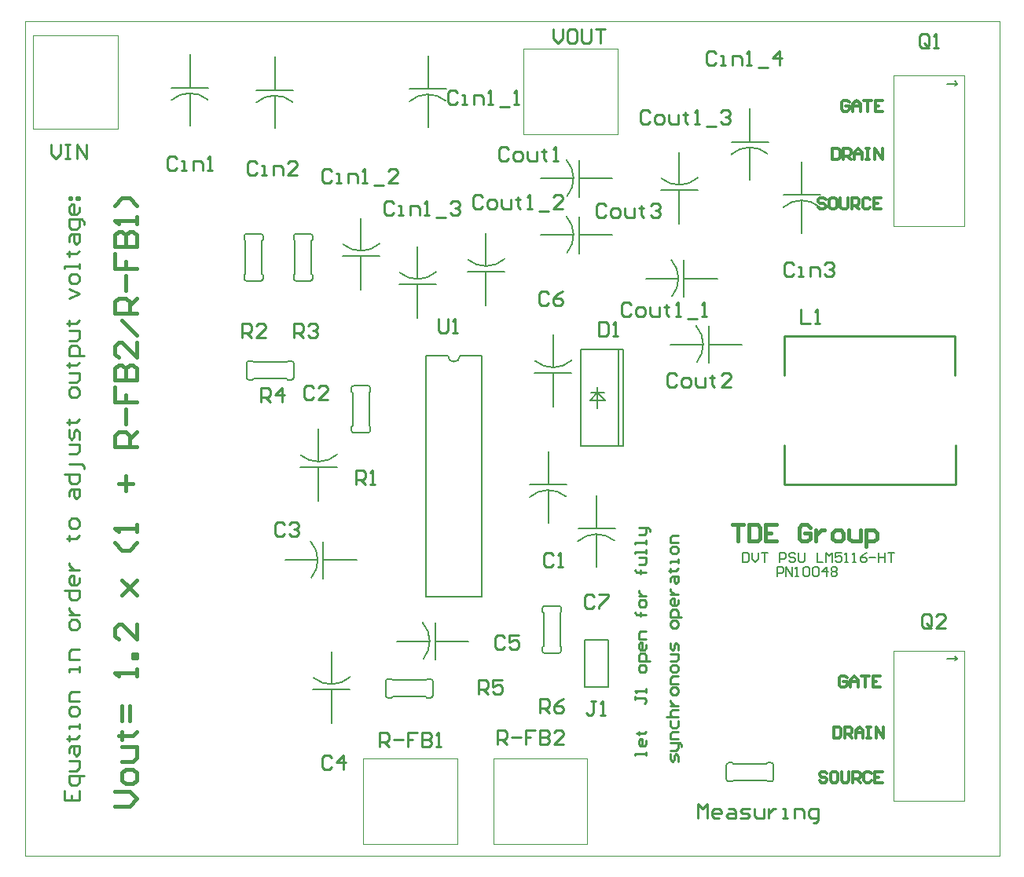
<source format=gto>
G04 Layer_Color=65535*
%FSLAX44Y44*%
%MOMM*%
G71*
G01*
G75*
%ADD10C,0.3000*%
%ADD15C,0.1000*%
%ADD26C,0.2000*%
%ADD27C,0.1524*%
%ADD28C,0.0500*%
%ADD29C,0.2540*%
%ADD30C,0.4000*%
%ADD31C,0.1500*%
%ADD32C,0.2500*%
D10*
X871220Y138996D02*
Y127000D01*
X877218D01*
X879217Y128999D01*
Y136997D01*
X877218Y138996D01*
X871220D01*
X883216Y127000D02*
Y138996D01*
X889214D01*
X891214Y136997D01*
Y132998D01*
X889214Y130999D01*
X883216D01*
X887215D02*
X891214Y127000D01*
X895212D02*
Y134997D01*
X899211Y138996D01*
X903210Y134997D01*
Y127000D01*
Y132998D01*
X895212D01*
X907208Y138996D02*
X911207D01*
X909208D01*
Y127000D01*
X907208D01*
X911207D01*
X917205D02*
Y138996D01*
X925202Y127000D01*
Y138996D01*
X869950Y762566D02*
Y750570D01*
X875948D01*
X877947Y752569D01*
Y760567D01*
X875948Y762566D01*
X869950D01*
X881946Y750570D02*
Y762566D01*
X887944D01*
X889943Y760567D01*
Y756568D01*
X887944Y754569D01*
X881946D01*
X885945D02*
X889943Y750570D01*
X893942D02*
Y758567D01*
X897941Y762566D01*
X901940Y758567D01*
Y750570D01*
Y756568D01*
X893942D01*
X905938Y762566D02*
X909937D01*
X907938D01*
Y750570D01*
X905938D01*
X909937D01*
X915935D02*
Y762566D01*
X923932Y750570D01*
Y762566D01*
X863977Y88737D02*
X861978Y90736D01*
X857979D01*
X855980Y88737D01*
Y86737D01*
X857979Y84738D01*
X861978D01*
X863977Y82739D01*
Y80739D01*
X861978Y78740D01*
X857979D01*
X855980Y80739D01*
X873974Y90736D02*
X869976D01*
X867976Y88737D01*
Y80739D01*
X869976Y78740D01*
X873974D01*
X875974Y80739D01*
Y88737D01*
X873974Y90736D01*
X879972D02*
Y80739D01*
X881972Y78740D01*
X885970D01*
X887970Y80739D01*
Y90736D01*
X891968Y78740D02*
Y90736D01*
X897966D01*
X899966Y88737D01*
Y84738D01*
X897966Y82739D01*
X891968D01*
X895967D02*
X899966Y78740D01*
X911962Y88737D02*
X909962Y90736D01*
X905964D01*
X903964Y88737D01*
Y80739D01*
X905964Y78740D01*
X909962D01*
X911962Y80739D01*
X923958Y90736D02*
X915961D01*
Y78740D01*
X923958D01*
X915961Y84738D02*
X919959D01*
X862707Y707227D02*
X860708Y709226D01*
X856709D01*
X854710Y707227D01*
Y705227D01*
X856709Y703228D01*
X860708D01*
X862707Y701229D01*
Y699229D01*
X860708Y697230D01*
X856709D01*
X854710Y699229D01*
X872704Y709226D02*
X868706D01*
X866706Y707227D01*
Y699229D01*
X868706Y697230D01*
X872704D01*
X874704Y699229D01*
Y707227D01*
X872704Y709226D01*
X878702D02*
Y699229D01*
X880702Y697230D01*
X884700D01*
X886700Y699229D01*
Y709226D01*
X890698Y697230D02*
Y709226D01*
X896696D01*
X898696Y707227D01*
Y703228D01*
X896696Y701229D01*
X890698D01*
X894697D02*
X898696Y697230D01*
X910692Y707227D02*
X908692Y709226D01*
X904694D01*
X902694Y707227D01*
Y699229D01*
X904694Y697230D01*
X908692D01*
X910692Y699229D01*
X922688Y709226D02*
X914691D01*
Y697230D01*
X922688D01*
X914691Y703228D02*
X918689D01*
X885567Y191607D02*
X883568Y193606D01*
X879569D01*
X877570Y191607D01*
Y183609D01*
X879569Y181610D01*
X883568D01*
X885567Y183609D01*
Y187608D01*
X881569D01*
X889566Y181610D02*
Y189607D01*
X893565Y193606D01*
X897563Y189607D01*
Y181610D01*
Y187608D01*
X889566D01*
X901562Y193606D02*
X909560D01*
X905561D01*
Y181610D01*
X921556Y193606D02*
X913558D01*
Y181610D01*
X921556D01*
X913558Y187608D02*
X917557D01*
X888107Y812637D02*
X886108Y814636D01*
X882109D01*
X880110Y812637D01*
Y804639D01*
X882109Y802640D01*
X886108D01*
X888107Y804639D01*
Y808638D01*
X884109D01*
X892106Y802640D02*
Y810637D01*
X896105Y814636D01*
X900104Y810637D01*
Y802640D01*
Y808638D01*
X892106D01*
X904102Y814636D02*
X912100D01*
X908101D01*
Y802640D01*
X924096Y814636D02*
X916098D01*
Y802640D01*
X924096D01*
X916098Y808638D02*
X920097D01*
D15*
X0Y0D02*
Y900000D01*
X1050000D01*
Y0D02*
Y900000D01*
X0Y0D02*
X1050000D01*
D26*
X455930Y538940D02*
G03*
X468630Y538940I6350J0D01*
G01*
X310980Y191872D02*
G03*
X350338Y192559I19284J22981D01*
G01*
X429158Y211920D02*
G03*
X428471Y251278I-22981J19284D01*
G01*
X297010Y431902D02*
G03*
X336368Y432589I19284J22981D01*
G01*
X308508Y299550D02*
G03*
X307821Y338908I-22981J19284D01*
G01*
X583100Y387248D02*
G03*
X543742Y386561I-19284J-22981D01*
G01*
X584098Y711030D02*
G03*
X583411Y750388I-22981J19284D01*
G01*
X197020Y815238D02*
G03*
X157662Y814551I-19284J-22981D01*
G01*
X288460Y812698D02*
G03*
X249102Y812011I-19284J-22981D01*
G01*
X856150Y699668D02*
G03*
X816792Y698981I-19284J-22981D01*
G01*
X453560Y813968D02*
G03*
X414202Y813281I-19284J-22981D01*
G01*
X342730Y659232D02*
G03*
X382088Y659919I19284J22981D01*
G01*
X403690Y628752D02*
G03*
X443048Y629439I19284J22981D01*
G01*
X800270Y756818D02*
G03*
X760912Y756131I-19284J-22981D01*
G01*
X549740Y533502D02*
G03*
X589098Y534189I19284J22981D01*
G01*
X635170Y339738D02*
G03*
X595812Y339051I-19284J-22981D01*
G01*
X697128Y603080D02*
G03*
X696441Y642438I-22981J19284D01*
G01*
X477350Y642722D02*
G03*
X516708Y643409I19284J22981D01*
G01*
X685630Y730352D02*
G03*
X724988Y731039I19284J22981D01*
G01*
X584098Y650070D02*
G03*
X583411Y689428I-22981J19284D01*
G01*
X723798Y531960D02*
G03*
X723111Y571318I-22981J19284D01*
G01*
X432280Y278940D02*
Y538940D01*
X468830D02*
X492280D01*
X432280D02*
X455830D01*
X432280Y278940D02*
X492280D01*
Y538940D01*
X310200Y179110D02*
X350200D01*
X330200Y185110D02*
Y220110D01*
Y142860D02*
Y179110D01*
X441920Y211140D02*
Y251140D01*
X400920Y231140D02*
X435920D01*
X441920D02*
X478170D01*
X296230Y419140D02*
X336230D01*
X316230Y425140D02*
Y460140D01*
Y382890D02*
Y419140D01*
X321270Y298770D02*
Y338770D01*
X280270Y318770D02*
X315270D01*
X321270D02*
X357520D01*
X543880Y400010D02*
X583880D01*
X563880Y359010D02*
Y394010D01*
Y400010D02*
Y436260D01*
X596860Y710250D02*
Y750250D01*
X555860Y730250D02*
X590860D01*
X596860D02*
X633110D01*
X157800Y828000D02*
X197800D01*
X177800Y787000D02*
Y822000D01*
Y828000D02*
Y864250D01*
X249240Y825460D02*
X289240D01*
X269240Y784460D02*
Y819460D01*
Y825460D02*
Y861710D01*
X816930Y712430D02*
X856930D01*
X836930Y671430D02*
Y706430D01*
Y712430D02*
Y748680D01*
X414340Y826730D02*
X454340D01*
X434340Y785730D02*
Y820730D01*
Y826730D02*
Y862980D01*
X341950Y646470D02*
X381950D01*
X361950Y652470D02*
Y687470D01*
Y610220D02*
Y646470D01*
X402910Y615990D02*
X442910D01*
X422910Y621990D02*
Y656990D01*
Y579740D02*
Y615990D01*
X761050Y769580D02*
X801050D01*
X781050Y728580D02*
Y763580D01*
Y769580D02*
Y805830D01*
X1002150Y210400D02*
X1004250Y212500D01*
X1004350D01*
X1001750Y215100D02*
X1004350Y212500D01*
X1004650D01*
X993050D02*
X1004650D01*
X1002150Y830400D02*
X1004250Y832500D01*
X1004350D01*
X1001750Y835100D02*
X1004350Y832500D01*
X1004650D01*
X993050D02*
X1004650D01*
X548960Y520740D02*
X588960D01*
X568960Y526740D02*
Y561740D01*
Y484490D02*
Y520740D01*
X595950Y352500D02*
X635950D01*
X615950Y311500D02*
Y346500D01*
Y352500D02*
Y388750D01*
X608950Y491030D02*
X624950D01*
X608950D02*
X616950Y499030D01*
X624950Y491030D01*
X609950Y499030D02*
X623950D01*
X616950Y482030D02*
Y505030D01*
X644950Y442030D02*
Y546030D01*
X598950Y442030D02*
X644950D01*
X598950D02*
Y546030D01*
Y546030D02*
X644950D01*
X639950Y442030D02*
Y546030D01*
X628650Y181610D02*
Y232410D01*
X603250D02*
X628650D01*
X603250Y181610D02*
Y232410D01*
Y181610D02*
X628650D01*
X709890Y602300D02*
Y642300D01*
X668890Y622300D02*
X703890D01*
X709890D02*
X746140D01*
X476570Y629960D02*
X516570D01*
X496570Y635960D02*
Y670960D01*
Y593710D02*
Y629960D01*
X684850Y717590D02*
X724850D01*
X704850Y723590D02*
Y758590D01*
Y681340D02*
Y717590D01*
X596860Y649290D02*
Y689290D01*
X555860Y669290D02*
X590860D01*
X596860D02*
X633110D01*
X736560Y531180D02*
Y571180D01*
X695560Y551180D02*
X730560D01*
X736560D02*
X772810D01*
D27*
X241300Y533400D02*
G03*
X238760Y530860I0J-2540D01*
G01*
Y515620D02*
G03*
X241300Y513080I2540J0D01*
G01*
X287020D02*
G03*
X289560Y515620I0J2540D01*
G01*
Y530860D02*
G03*
X287020Y533400I-2540J0D01*
G01*
X436880Y170180D02*
G03*
X439420Y172720I0J2540D01*
G01*
Y187960D02*
G03*
X436880Y190500I-2540J0D01*
G01*
X391160D02*
G03*
X388620Y187960I0J-2540D01*
G01*
Y172720D02*
G03*
X391160Y170180I2540J0D01*
G01*
X372110Y504190D02*
G03*
X369570Y506730I-2540J0D01*
G01*
X354330D02*
G03*
X351790Y504190I0J-2540D01*
G01*
Y458470D02*
G03*
X354330Y455930I2540J0D01*
G01*
X369570D02*
G03*
X372110Y458470I0J2540D01*
G01*
X256540Y668020D02*
G03*
X254000Y670560I-2540J0D01*
G01*
X238760D02*
G03*
X236220Y668020I0J-2540D01*
G01*
Y622300D02*
G03*
X238760Y619760I2540J0D01*
G01*
X254000D02*
G03*
X256540Y622300I0J2540D01*
G01*
X289560D02*
G03*
X292100Y619760I2540J0D01*
G01*
X307340D02*
G03*
X309880Y622300I0J2540D01*
G01*
Y668020D02*
G03*
X307340Y670560I-2540J0D01*
G01*
X292100D02*
G03*
X289560Y668020I0J-2540D01*
G01*
X758190Y100160D02*
G03*
X755650Y97620I0J-2540D01*
G01*
Y82380D02*
G03*
X758190Y79840I2540J0D01*
G01*
X803910D02*
G03*
X806450Y82380I0J2540D01*
G01*
Y97620D02*
G03*
X803910Y100160I-2540J0D01*
G01*
X577850Y266700D02*
G03*
X575310Y269240I-2540J0D01*
G01*
X560070D02*
G03*
X557530Y266700I0J-2540D01*
G01*
Y220980D02*
G03*
X560070Y218440I2540J0D01*
G01*
X575310D02*
G03*
X577850Y220980I0J2540D01*
G01*
X238760Y515620D02*
Y530860D01*
X241300Y533400D02*
X245110D01*
X246380Y532130D01*
X241300Y513080D02*
X245110D01*
X246380Y514350D01*
X281940Y532130D02*
X283210Y533400D01*
X246380Y532130D02*
X281940D01*
Y514350D02*
X283210Y513080D01*
X246380Y514350D02*
X281940D01*
X283210Y533400D02*
X287020D01*
X283210Y513080D02*
X287020D01*
X289560Y515620D02*
Y530860D01*
X439420Y172720D02*
Y187960D01*
X433070Y170180D02*
X436880D01*
X431800Y171450D02*
X433070Y170180D01*
Y190500D02*
X436880D01*
X431800Y189230D02*
X433070Y190500D01*
X394970Y170180D02*
X396240Y171450D01*
X431800D01*
X394970Y190500D02*
X396240Y189230D01*
X431800D01*
X391160Y170180D02*
X394970D01*
X391160Y190500D02*
X394970D01*
X388620Y172720D02*
Y187960D01*
X354330Y506730D02*
X369570D01*
X372110Y500380D02*
Y504190D01*
X370840Y499110D02*
X372110Y500380D01*
X351790D02*
Y504190D01*
Y500380D02*
X353060Y499110D01*
X370840Y463550D02*
X372110Y462280D01*
X370840Y463550D02*
Y499110D01*
X351790Y462280D02*
X353060Y463550D01*
Y499110D01*
X372110Y458470D02*
Y462280D01*
X351790Y458470D02*
Y462280D01*
X354330Y455930D02*
X369570D01*
X238760Y670560D02*
X254000D01*
X256540Y664210D02*
Y668020D01*
X255270Y662940D02*
X256540Y664210D01*
X236220D02*
Y668020D01*
Y664210D02*
X237490Y662940D01*
X255270Y627380D02*
X256540Y626110D01*
X255270Y627380D02*
Y662940D01*
X236220Y626110D02*
X237490Y627380D01*
Y662940D01*
X256540Y622300D02*
Y626110D01*
X236220Y622300D02*
Y626110D01*
X238760Y619760D02*
X254000D01*
X292100D02*
X307340D01*
X289560Y622300D02*
Y626110D01*
X290830Y627380D01*
X309880Y622300D02*
Y626110D01*
X308610Y627380D02*
X309880Y626110D01*
X289560Y664210D02*
X290830Y662940D01*
Y627380D02*
Y662940D01*
X308610D02*
X309880Y664210D01*
X308610Y627380D02*
Y662940D01*
X289560Y664210D02*
Y668020D01*
X309880Y664210D02*
Y668020D01*
X292100Y670560D02*
X307340D01*
X755650Y82380D02*
Y97620D01*
X758190Y100160D02*
X762000D01*
X763270Y98890D01*
X758190Y79840D02*
X762000D01*
X763270Y81110D01*
X798830Y98890D02*
X800100Y100160D01*
X763270Y98890D02*
X798830D01*
Y81110D02*
X800100Y79840D01*
X763270Y81110D02*
X798830D01*
X800100Y100160D02*
X803910D01*
X800100Y79840D02*
X803910D01*
X806450Y82380D02*
Y97620D01*
X560070Y269240D02*
X575310D01*
X577850Y262890D02*
Y266700D01*
X576580Y261620D02*
X577850Y262890D01*
X557530D02*
Y266700D01*
Y262890D02*
X558800Y261620D01*
X576580Y226060D02*
X577850Y224790D01*
X576580Y226060D02*
Y261620D01*
X557530Y224790D02*
X558800Y226060D01*
Y261620D01*
X577850Y220980D02*
Y224790D01*
X557530Y220980D02*
Y224790D01*
X560070Y218440D02*
X575310D01*
D28*
X100610Y783790D02*
Y884990D01*
X8610D02*
X100610D01*
X8610Y783790D02*
Y884990D01*
Y783790D02*
X100610D01*
X537410Y778230D02*
X638610D01*
Y870230D01*
X537410D02*
X638610D01*
X537410Y778230D02*
Y870230D01*
X605820Y12890D02*
Y104890D01*
X504620Y12890D02*
X605820D01*
X504620D02*
Y104890D01*
X605820D01*
X465820Y12890D02*
Y104890D01*
X364620Y12890D02*
X465820D01*
X364620D02*
Y104890D01*
X465820D01*
X935950Y59000D02*
Y221200D01*
Y59000D02*
X1012050D01*
Y221200D01*
X935950D02*
X1012050D01*
X935950Y679000D02*
Y841200D01*
Y679000D02*
X1012050D01*
Y841200D01*
X935950D02*
X1012050D01*
D29*
X1002465Y399935D02*
Y442940D01*
X818465Y399935D02*
Y442940D01*
Y517940D02*
Y560185D01*
X1002215Y517940D02*
Y560185D01*
X818465D02*
X1002215D01*
X818465Y399935D02*
X1002465D01*
X568960Y891535D02*
Y881378D01*
X574038Y876300D01*
X579117Y881378D01*
Y891535D01*
X591813D02*
X586734D01*
X584195Y888996D01*
Y878839D01*
X586734Y876300D01*
X591813D01*
X594352Y878839D01*
Y888996D01*
X591813Y891535D01*
X599430D02*
Y878839D01*
X601969Y876300D01*
X607048D01*
X609587Y878839D01*
Y891535D01*
X614665D02*
X624822D01*
X619744D01*
Y876300D01*
X27940Y767075D02*
Y756918D01*
X33018Y751840D01*
X38097Y756918D01*
Y767075D01*
X43175D02*
X48253D01*
X45714D01*
Y751840D01*
X43175D01*
X48253D01*
X55871D02*
Y767075D01*
X66028Y751840D01*
Y767075D01*
X445770Y579115D02*
Y566419D01*
X448309Y563880D01*
X453387D01*
X455927Y566419D01*
Y579115D01*
X461005Y563880D02*
X466083D01*
X463544D01*
Y579115D01*
X461005Y576576D01*
X254000Y488950D02*
Y504185D01*
X261618D01*
X264157Y501646D01*
Y496567D01*
X261618Y494028D01*
X254000D01*
X259078D02*
X264157Y488950D01*
X276853D02*
Y504185D01*
X269235Y496567D01*
X279392D01*
X289560Y558800D02*
Y574035D01*
X297178D01*
X299717Y571496D01*
Y566418D01*
X297178Y563878D01*
X289560D01*
X294638D02*
X299717Y558800D01*
X304795Y571496D02*
X307334Y574035D01*
X312413D01*
X314952Y571496D01*
Y568957D01*
X312413Y566418D01*
X309873D01*
X312413D01*
X314952Y563878D01*
Y561339D01*
X312413Y558800D01*
X307334D01*
X304795Y561339D01*
X233680Y558800D02*
Y574035D01*
X241297D01*
X243837Y571496D01*
Y566418D01*
X241297Y563878D01*
X233680D01*
X238758D02*
X243837Y558800D01*
X259072D02*
X248915D01*
X259072Y568957D01*
Y571496D01*
X256533Y574035D01*
X251454D01*
X248915Y571496D01*
X356870Y400050D02*
Y415285D01*
X364487D01*
X367027Y412746D01*
Y407668D01*
X364487Y405128D01*
X356870D01*
X361948D02*
X367027Y400050D01*
X372105D02*
X377183D01*
X374644D01*
Y415285D01*
X372105Y412746D01*
X568957Y323846D02*
X566418Y326385D01*
X561339D01*
X558800Y323846D01*
Y313689D01*
X561339Y311150D01*
X566418D01*
X568957Y313689D01*
X574035Y311150D02*
X579113D01*
X576574D01*
Y326385D01*
X574035Y323846D01*
X311147Y504186D02*
X308608Y506725D01*
X303529D01*
X300990Y504186D01*
Y494029D01*
X303529Y491490D01*
X308608D01*
X311147Y494029D01*
X326382Y491490D02*
X316225D01*
X326382Y501647D01*
Y504186D01*
X323843Y506725D01*
X318764D01*
X316225Y504186D01*
X279397Y356866D02*
X276857Y359405D01*
X271779D01*
X269240Y356866D01*
Y346709D01*
X271779Y344170D01*
X276857D01*
X279397Y346709D01*
X284475Y356866D02*
X287014Y359405D01*
X292093D01*
X294632Y356866D01*
Y354327D01*
X292093Y351787D01*
X289553D01*
X292093D01*
X294632Y349248D01*
Y346709D01*
X292093Y344170D01*
X287014D01*
X284475Y346709D01*
X330197Y105406D02*
X327658Y107945D01*
X322579D01*
X320040Y105406D01*
Y95249D01*
X322579Y92710D01*
X327658D01*
X330197Y95249D01*
X342893Y92710D02*
Y107945D01*
X335275Y100328D01*
X345432D01*
X382200Y117310D02*
Y132545D01*
X389818D01*
X392357Y130006D01*
Y124928D01*
X389818Y122388D01*
X382200D01*
X387278D02*
X392357Y117310D01*
X397435Y124928D02*
X407592D01*
X422827Y132545D02*
X412670D01*
Y124928D01*
X417748D01*
X412670D01*
Y117310D01*
X427905Y132545D02*
Y117310D01*
X435523D01*
X438062Y119849D01*
Y122388D01*
X435523Y124928D01*
X427905D01*
X435523D01*
X438062Y127467D01*
Y130006D01*
X435523Y132545D01*
X427905D01*
X443140Y117310D02*
X448219D01*
X445680D01*
Y132545D01*
X443140Y130006D01*
X509500Y119850D02*
Y135085D01*
X517118D01*
X519657Y132546D01*
Y127467D01*
X517118Y124928D01*
X509500D01*
X514578D02*
X519657Y119850D01*
X524735Y127467D02*
X534892D01*
X550127Y135085D02*
X539970D01*
Y127467D01*
X545048D01*
X539970D01*
Y119850D01*
X555205Y135085D02*
Y119850D01*
X562823D01*
X565362Y122389D01*
Y124928D01*
X562823Y127467D01*
X555205D01*
X562823D01*
X565362Y130007D01*
Y132546D01*
X562823Y135085D01*
X555205D01*
X580597Y119850D02*
X570440D01*
X580597Y130007D01*
Y132546D01*
X578058Y135085D01*
X572980D01*
X570440Y132546D01*
X516887Y234946D02*
X514347Y237485D01*
X509269D01*
X506730Y234946D01*
Y224789D01*
X509269Y222250D01*
X514347D01*
X516887Y224789D01*
X532122Y237485D02*
X521965D01*
Y229867D01*
X527043Y232407D01*
X529583D01*
X532122Y229867D01*
Y224789D01*
X529583Y222250D01*
X524504D01*
X521965Y224789D01*
X488950Y173990D02*
Y189225D01*
X496567D01*
X499107Y186686D01*
Y181607D01*
X496567Y179068D01*
X488950D01*
X494028D02*
X499107Y173990D01*
X514342Y189225D02*
X504185D01*
Y181607D01*
X509263Y184147D01*
X511803D01*
X514342Y181607D01*
Y176529D01*
X511803Y173990D01*
X506724D01*
X504185Y176529D01*
X466087Y822956D02*
X463548Y825495D01*
X458469D01*
X455930Y822956D01*
Y812799D01*
X458469Y810260D01*
X463548D01*
X466087Y812799D01*
X471165Y810260D02*
X476243D01*
X473704D01*
Y820417D01*
X471165D01*
X483861Y810260D02*
Y820417D01*
X491479D01*
X494018Y817878D01*
Y810260D01*
X499096D02*
X504174D01*
X501635D01*
Y825495D01*
X499096Y822956D01*
X511792Y807721D02*
X521949D01*
X527027Y810260D02*
X532105D01*
X529566D01*
Y825495D01*
X527027Y822956D01*
X330197Y737866D02*
X327658Y740405D01*
X322579D01*
X320040Y737866D01*
Y727709D01*
X322579Y725170D01*
X327658D01*
X330197Y727709D01*
X335275Y725170D02*
X340353D01*
X337814D01*
Y735327D01*
X335275D01*
X347971Y725170D02*
Y735327D01*
X355588D01*
X358128Y732787D01*
Y725170D01*
X363206D02*
X368284D01*
X365745D01*
Y740405D01*
X363206Y737866D01*
X375902Y722631D02*
X386059D01*
X401294Y725170D02*
X391137D01*
X401294Y735327D01*
Y737866D01*
X398755Y740405D01*
X393676D01*
X391137Y737866D01*
X397507Y703576D02*
X394967Y706115D01*
X389889D01*
X387350Y703576D01*
Y693419D01*
X389889Y690880D01*
X394967D01*
X397507Y693419D01*
X402585Y690880D02*
X407663D01*
X405124D01*
Y701037D01*
X402585D01*
X415281Y690880D02*
Y701037D01*
X422898D01*
X425438Y698497D01*
Y690880D01*
X430516D02*
X435594D01*
X433055D01*
Y706115D01*
X430516Y703576D01*
X443212Y688341D02*
X453369D01*
X458447Y703576D02*
X460986Y706115D01*
X466064D01*
X468604Y703576D01*
Y701037D01*
X466064Y698497D01*
X463525D01*
X466064D01*
X468604Y695958D01*
Y693419D01*
X466064Y690880D01*
X460986D01*
X458447Y693419D01*
X744217Y864866D02*
X741677Y867405D01*
X736599D01*
X734060Y864866D01*
Y854709D01*
X736599Y852170D01*
X741677D01*
X744217Y854709D01*
X749295Y852170D02*
X754373D01*
X751834D01*
Y862327D01*
X749295D01*
X761991Y852170D02*
Y862327D01*
X769609D01*
X772148Y859788D01*
Y852170D01*
X777226D02*
X782304D01*
X779765D01*
Y867405D01*
X777226Y864866D01*
X789922Y849631D02*
X800079D01*
X812775Y852170D02*
Y867405D01*
X805157Y859788D01*
X815314D01*
X163827Y751836D02*
X161287Y754375D01*
X156209D01*
X153670Y751836D01*
Y741679D01*
X156209Y739140D01*
X161287D01*
X163827Y741679D01*
X168905Y739140D02*
X173983D01*
X171444D01*
Y749297D01*
X168905D01*
X181601Y739140D02*
Y749297D01*
X189219D01*
X191758Y746758D01*
Y739140D01*
X196836D02*
X201914D01*
X199375D01*
Y754375D01*
X196836Y751836D01*
X250187Y746756D02*
X247647Y749295D01*
X242569D01*
X240030Y746756D01*
Y736599D01*
X242569Y734060D01*
X247647D01*
X250187Y736599D01*
X255265Y734060D02*
X260343D01*
X257804D01*
Y744217D01*
X255265D01*
X267961Y734060D02*
Y744217D01*
X275578D01*
X278118Y741677D01*
Y734060D01*
X293353D02*
X283196D01*
X293353Y744217D01*
Y746756D01*
X290814Y749295D01*
X285735D01*
X283196Y746756D01*
X828037Y637536D02*
X825498Y640075D01*
X820419D01*
X817880Y637536D01*
Y627379D01*
X820419Y624840D01*
X825498D01*
X828037Y627379D01*
X833115Y624840D02*
X838193D01*
X835654D01*
Y634997D01*
X833115D01*
X845811Y624840D02*
Y634997D01*
X853428D01*
X855968Y632458D01*
Y624840D01*
X861046Y637536D02*
X863585Y640075D01*
X868664D01*
X871203Y637536D01*
Y634997D01*
X868664Y632458D01*
X866124D01*
X868664D01*
X871203Y629918D01*
Y627379D01*
X868664Y624840D01*
X863585D01*
X861046Y627379D01*
X520697Y761996D02*
X518158Y764535D01*
X513079D01*
X510540Y761996D01*
Y751839D01*
X513079Y749300D01*
X518158D01*
X520697Y751839D01*
X528314Y749300D02*
X533393D01*
X535932Y751839D01*
Y756917D01*
X533393Y759457D01*
X528314D01*
X525775Y756917D01*
Y751839D01*
X528314Y749300D01*
X541010Y759457D02*
Y751839D01*
X543549Y749300D01*
X551167D01*
Y759457D01*
X558784Y761996D02*
Y759457D01*
X556245D01*
X561324D01*
X558784D01*
Y751839D01*
X561324Y749300D01*
X568941D02*
X574020D01*
X571480D01*
Y764535D01*
X568941Y761996D01*
X725170Y40640D02*
Y55875D01*
X730248Y50797D01*
X735327Y55875D01*
Y40640D01*
X748023D02*
X742944D01*
X740405Y43179D01*
Y48257D01*
X742944Y50797D01*
X748023D01*
X750562Y48257D01*
Y45718D01*
X740405D01*
X758179Y50797D02*
X763258D01*
X765797Y48257D01*
Y40640D01*
X758179D01*
X755640Y43179D01*
X758179Y45718D01*
X765797D01*
X770875Y40640D02*
X778493D01*
X781032Y43179D01*
X778493Y45718D01*
X773414D01*
X770875Y48257D01*
X773414Y50797D01*
X781032D01*
X786110D02*
Y43179D01*
X788650Y40640D01*
X796267D01*
Y50797D01*
X801345D02*
Y40640D01*
Y45718D01*
X803885Y48257D01*
X806424Y50797D01*
X808963D01*
X816580Y40640D02*
X821659D01*
X819120D01*
Y50797D01*
X816580D01*
X829276Y40640D02*
Y50797D01*
X836894D01*
X839433Y48257D01*
Y40640D01*
X849590Y35562D02*
X852129D01*
X854668Y38101D01*
Y50797D01*
X847051D01*
X844511Y48257D01*
Y43179D01*
X847051Y40640D01*
X854668D01*
X974087Y873759D02*
Y883916D01*
X971547Y886455D01*
X966469D01*
X963930Y883916D01*
Y873759D01*
X966469Y871220D01*
X971547D01*
X969008Y876298D02*
X974087Y871220D01*
X971547D02*
X974087Y873759D01*
X979165Y871220D02*
X984243D01*
X981704D01*
Y886455D01*
X979165Y883916D01*
X976627Y247649D02*
Y257806D01*
X974088Y260345D01*
X969009D01*
X966470Y257806D01*
Y247649D01*
X969009Y245110D01*
X974088D01*
X971548Y250188D02*
X976627Y245110D01*
X974088D02*
X976627Y247649D01*
X991862Y245110D02*
X981705D01*
X991862Y255267D01*
Y257806D01*
X989323Y260345D01*
X984244D01*
X981705Y257806D01*
X554990Y153670D02*
Y168905D01*
X562607D01*
X565147Y166366D01*
Y161287D01*
X562607Y158748D01*
X554990D01*
X560068D02*
X565147Y153670D01*
X580382Y168905D02*
X575303Y166366D01*
X570225Y161287D01*
Y156209D01*
X572764Y153670D01*
X577843D01*
X580382Y156209D01*
Y158748D01*
X577843Y161287D01*
X570225D01*
X563877Y605786D02*
X561338Y608325D01*
X556259D01*
X553720Y605786D01*
Y595629D01*
X556259Y593090D01*
X561338D01*
X563877Y595629D01*
X579112Y608325D02*
X574033Y605786D01*
X568955Y600708D01*
Y595629D01*
X571494Y593090D01*
X576573D01*
X579112Y595629D01*
Y598168D01*
X576573Y600708D01*
X568955D01*
X613407Y278876D02*
X610868Y281415D01*
X605789D01*
X603250Y278876D01*
Y268719D01*
X605789Y266180D01*
X610868D01*
X613407Y268719D01*
X618485Y281415D02*
X628642D01*
Y278876D01*
X618485Y268719D01*
Y266180D01*
X618490Y575305D02*
Y560070D01*
X626107D01*
X628647Y562609D01*
Y572766D01*
X626107Y575305D01*
X618490D01*
X633725Y560070D02*
X638803D01*
X636264D01*
Y575305D01*
X633725Y572766D01*
X614677Y166365D02*
X609598D01*
X612137D01*
Y153669D01*
X609598Y151130D01*
X607059D01*
X604520Y153669D01*
X619755Y151130D02*
X624833D01*
X622294D01*
Y166365D01*
X619755Y163826D01*
X652777Y594356D02*
X650238Y596895D01*
X645159D01*
X642620Y594356D01*
Y584199D01*
X645159Y581660D01*
X650238D01*
X652777Y584199D01*
X660394Y581660D02*
X665473D01*
X668012Y584199D01*
Y589277D01*
X665473Y591817D01*
X660394D01*
X657855Y589277D01*
Y584199D01*
X660394Y581660D01*
X673090Y591817D02*
Y584199D01*
X675629Y581660D01*
X683247D01*
Y591817D01*
X690864Y594356D02*
Y591817D01*
X688325D01*
X693404D01*
X690864D01*
Y584199D01*
X693404Y581660D01*
X701021D02*
X706099D01*
X703560D01*
Y596895D01*
X701021Y594356D01*
X713717Y579121D02*
X723874D01*
X728952Y581660D02*
X734030D01*
X731491D01*
Y596895D01*
X728952Y594356D01*
X492757Y709926D02*
X490218Y712465D01*
X485139D01*
X482600Y709926D01*
Y699769D01*
X485139Y697230D01*
X490218D01*
X492757Y699769D01*
X500374Y697230D02*
X505453D01*
X507992Y699769D01*
Y704847D01*
X505453Y707387D01*
X500374D01*
X497835Y704847D01*
Y699769D01*
X500374Y697230D01*
X513070Y707387D02*
Y699769D01*
X515609Y697230D01*
X523227D01*
Y707387D01*
X530844Y709926D02*
Y707387D01*
X528305D01*
X533384D01*
X530844D01*
Y699769D01*
X533384Y697230D01*
X541001D02*
X546079D01*
X543540D01*
Y712465D01*
X541001Y709926D01*
X553697Y694691D02*
X563854D01*
X579089Y697230D02*
X568932D01*
X579089Y707387D01*
Y709926D01*
X576550Y712465D01*
X571471D01*
X568932Y709926D01*
X673097Y801366D02*
X670557Y803905D01*
X665479D01*
X662940Y801366D01*
Y791209D01*
X665479Y788670D01*
X670557D01*
X673097Y791209D01*
X680714Y788670D02*
X685793D01*
X688332Y791209D01*
Y796288D01*
X685793Y798827D01*
X680714D01*
X678175Y796288D01*
Y791209D01*
X680714Y788670D01*
X693410Y798827D02*
Y791209D01*
X695949Y788670D01*
X703567D01*
Y798827D01*
X711184Y801366D02*
Y798827D01*
X708645D01*
X713724D01*
X711184D01*
Y791209D01*
X713724Y788670D01*
X721341D02*
X726420D01*
X723880D01*
Y803905D01*
X721341Y801366D01*
X734037Y786131D02*
X744194D01*
X749272Y801366D02*
X751811Y803905D01*
X756890D01*
X759429Y801366D01*
Y798827D01*
X756890Y796288D01*
X754350D01*
X756890D01*
X759429Y793748D01*
Y791209D01*
X756890Y788670D01*
X751811D01*
X749272Y791209D01*
X702307Y518156D02*
X699768Y520695D01*
X694689D01*
X692150Y518156D01*
Y507999D01*
X694689Y505460D01*
X699768D01*
X702307Y507999D01*
X709924Y505460D02*
X715003D01*
X717542Y507999D01*
Y513078D01*
X715003Y515617D01*
X709924D01*
X707385Y513078D01*
Y507999D01*
X709924Y505460D01*
X722620Y515617D02*
Y507999D01*
X725159Y505460D01*
X732777D01*
Y515617D01*
X740394Y518156D02*
Y515617D01*
X737855D01*
X742934D01*
X740394D01*
Y507999D01*
X742934Y505460D01*
X760708D02*
X750551D01*
X760708Y515617D01*
Y518156D01*
X758169Y520695D01*
X753090D01*
X750551Y518156D01*
X626107Y701036D02*
X623568Y703575D01*
X618489D01*
X615950Y701036D01*
Y690879D01*
X618489Y688340D01*
X623568D01*
X626107Y690879D01*
X633724Y688340D02*
X638803D01*
X641342Y690879D01*
Y695957D01*
X638803Y698497D01*
X633724D01*
X631185Y695957D01*
Y690879D01*
X633724Y688340D01*
X646420Y698497D02*
Y690879D01*
X648959Y688340D01*
X656577D01*
Y698497D01*
X664194Y701036D02*
Y698497D01*
X661655D01*
X666734D01*
X664194D01*
Y690879D01*
X666734Y688340D01*
X674351Y701036D02*
X676890Y703575D01*
X681969D01*
X684508Y701036D01*
Y698497D01*
X681969Y695957D01*
X679429D01*
X681969D01*
X684508Y693418D01*
Y690879D01*
X681969Y688340D01*
X676890D01*
X674351Y690879D01*
X835660Y589275D02*
Y574040D01*
X845817D01*
X850895D02*
X855973D01*
X853434D01*
Y589275D01*
X850895Y586736D01*
D30*
X762000Y357084D02*
X773996D01*
X767998D01*
Y339090D01*
X779994Y357084D02*
Y339090D01*
X788991D01*
X791990Y342089D01*
Y354085D01*
X788991Y357084D01*
X779994D01*
X809985D02*
X797988D01*
Y339090D01*
X809985D01*
X797988Y348087D02*
X803986D01*
X845973Y354085D02*
X842974Y357084D01*
X836976D01*
X833977Y354085D01*
Y342089D01*
X836976Y339090D01*
X842974D01*
X845973Y342089D01*
Y348087D01*
X839975D01*
X851971Y351086D02*
Y339090D01*
Y345088D01*
X854970Y348087D01*
X857969Y351086D01*
X860968D01*
X872964Y339090D02*
X878962D01*
X881961Y342089D01*
Y348087D01*
X878962Y351086D01*
X872964D01*
X869965Y348087D01*
Y342089D01*
X872964Y339090D01*
X887959Y351086D02*
Y342089D01*
X890958Y339090D01*
X899955D01*
Y351086D01*
X905953Y333092D02*
Y351086D01*
X914950D01*
X917950Y348087D01*
Y342089D01*
X914950Y339090D01*
X905953D01*
X96658Y53340D02*
X112653D01*
X120650Y61337D01*
X112653Y69335D01*
X96658D01*
X120650Y81331D02*
Y89328D01*
X116651Y93327D01*
X108654D01*
X104655Y89328D01*
Y81331D01*
X108654Y77332D01*
X116651D01*
X120650Y81331D01*
X104655Y101325D02*
X116651D01*
X120650Y105323D01*
Y117319D01*
X104655D01*
X100656Y129316D02*
X104655D01*
Y125317D01*
Y133314D01*
Y129316D01*
X116651D01*
X120650Y133314D01*
X112653Y145310D02*
Y161305D01*
X104655Y145310D02*
Y161305D01*
X120650Y193295D02*
Y201292D01*
Y197293D01*
X96658D01*
X100656Y193295D01*
X120650Y213288D02*
X116651D01*
Y217287D01*
X120650D01*
Y213288D01*
Y249277D02*
Y233282D01*
X104655Y249277D01*
X100656D01*
X96658Y245278D01*
Y237281D01*
X100656Y233282D01*
X104655Y281266D02*
X120650Y297261D01*
X112653Y289264D01*
X104655Y297261D01*
X120650Y281266D01*
Y337248D02*
X112653Y329251D01*
X104655D01*
X96658Y337248D01*
X120650Y349244D02*
Y357242D01*
Y353243D01*
X96658D01*
X100656Y349244D01*
X108654Y393230D02*
Y409225D01*
X100656Y401228D02*
X116651D01*
X120650Y441215D02*
X96658D01*
Y453211D01*
X100656Y457210D01*
X108654D01*
X112653Y453211D01*
Y441215D01*
Y449212D02*
X120650Y457210D01*
X108654Y465207D02*
Y481202D01*
X96658Y505194D02*
Y489199D01*
X108654D01*
Y497197D01*
Y489199D01*
X120650D01*
X96658Y513191D02*
X120650D01*
Y525188D01*
X116651Y529186D01*
X112653D01*
X108654Y525188D01*
Y513191D01*
Y525188D01*
X104655Y529186D01*
X100656D01*
X96658Y525188D01*
Y513191D01*
X120650Y553179D02*
Y537184D01*
X104655Y553179D01*
X100656D01*
X96658Y549180D01*
Y541183D01*
X100656Y537184D01*
X120650Y561176D02*
X104655Y577171D01*
X120650Y585168D02*
X96658D01*
Y597164D01*
X100656Y601163D01*
X108654D01*
X112653Y597164D01*
Y585168D01*
Y593166D02*
X120650Y601163D01*
X108654Y609160D02*
Y625155D01*
X96658Y649148D02*
Y633153D01*
X108654D01*
Y641150D01*
Y633153D01*
X120650D01*
X96658Y657145D02*
X120650D01*
Y669141D01*
X116651Y673140D01*
X112653D01*
X108654Y669141D01*
Y657145D01*
Y669141D01*
X104655Y673140D01*
X100656D01*
X96658Y669141D01*
Y657145D01*
X120650Y681137D02*
Y689135D01*
Y685136D01*
X96658D01*
X100656Y681137D01*
X120650Y701131D02*
X112653Y709128D01*
X104655D01*
X96658Y701131D01*
D31*
X773430Y326227D02*
Y316230D01*
X778428D01*
X780095Y317896D01*
Y324561D01*
X778428Y326227D01*
X773430D01*
X783427D02*
Y319562D01*
X786759Y316230D01*
X790091Y319562D01*
Y326227D01*
X793424D02*
X800088D01*
X796756D01*
Y316230D01*
X813417D02*
Y326227D01*
X818416D01*
X820082Y324561D01*
Y321228D01*
X818416Y319562D01*
X813417D01*
X830078Y324561D02*
X828412Y326227D01*
X825080D01*
X823414Y324561D01*
Y322895D01*
X825080Y321228D01*
X828412D01*
X830078Y319562D01*
Y317896D01*
X828412Y316230D01*
X825080D01*
X823414Y317896D01*
X833411Y326227D02*
Y317896D01*
X835077Y316230D01*
X838409D01*
X840075Y317896D01*
Y326227D01*
X853404D02*
Y316230D01*
X860069D01*
X863401D02*
Y326227D01*
X866733Y322895D01*
X870066Y326227D01*
Y316230D01*
X880062Y326227D02*
X873398D01*
Y321228D01*
X876730Y322895D01*
X878396D01*
X880062Y321228D01*
Y317896D01*
X878396Y316230D01*
X875064D01*
X873398Y317896D01*
X883395Y316230D02*
X886727D01*
X885061D01*
Y326227D01*
X883395Y324561D01*
X891725Y316230D02*
X895058D01*
X893391D01*
Y326227D01*
X891725Y324561D01*
X906720Y326227D02*
X903388Y324561D01*
X900056Y321228D01*
Y317896D01*
X901722Y316230D01*
X905054D01*
X906720Y317896D01*
Y319562D01*
X905054Y321228D01*
X900056D01*
X910053D02*
X916717D01*
X920049Y326227D02*
Y316230D01*
Y321228D01*
X926714D01*
Y326227D01*
Y316230D01*
X930046Y326227D02*
X936711D01*
X933378D01*
Y316230D01*
X810260Y300990D02*
Y310987D01*
X815258D01*
X816925Y309321D01*
Y305988D01*
X815258Y304322D01*
X810260D01*
X820257Y300990D02*
Y310987D01*
X826921Y300990D01*
Y310987D01*
X830254Y300990D02*
X833586D01*
X831920D01*
Y310987D01*
X830254Y309321D01*
X838584D02*
X840250Y310987D01*
X843583D01*
X845249Y309321D01*
Y302656D01*
X843583Y300990D01*
X840250D01*
X838584Y302656D01*
Y309321D01*
X848581D02*
X850247Y310987D01*
X853579D01*
X855246Y309321D01*
Y302656D01*
X853579Y300990D01*
X850247D01*
X848581Y302656D01*
Y309321D01*
X863576Y300990D02*
Y310987D01*
X858578Y305988D01*
X865242D01*
X868575Y309321D02*
X870241Y310987D01*
X873573D01*
X875239Y309321D01*
Y307654D01*
X873573Y305988D01*
X875239Y304322D01*
Y302656D01*
X873573Y300990D01*
X870241D01*
X868575Y302656D01*
Y304322D01*
X870241Y305988D01*
X868575Y307654D01*
Y309321D01*
X870241Y305988D02*
X873573D01*
D32*
X42425Y70353D02*
Y59690D01*
X58420D01*
Y70353D01*
X50423Y59690D02*
Y65022D01*
X63752Y86348D02*
X47757D01*
Y78351D01*
X50423Y75685D01*
X55754D01*
X58420Y78351D01*
Y86348D01*
X47757Y91680D02*
X55754D01*
X58420Y94345D01*
Y102343D01*
X47757D01*
Y110340D02*
Y115672D01*
X50423Y118338D01*
X58420D01*
Y110340D01*
X55754Y107674D01*
X53088Y110340D01*
Y118338D01*
X45091Y126335D02*
X47757D01*
Y123669D01*
Y129001D01*
Y126335D01*
X55754D01*
X58420Y129001D01*
Y136998D02*
Y142330D01*
Y139664D01*
X47757D01*
Y136998D01*
X58420Y152993D02*
Y158325D01*
X55754Y160991D01*
X50423D01*
X47757Y158325D01*
Y152993D01*
X50423Y150327D01*
X55754D01*
X58420Y152993D01*
Y166322D02*
X47757D01*
Y174319D01*
X50423Y176985D01*
X58420D01*
Y198312D02*
Y203643D01*
Y200977D01*
X47757D01*
Y198312D01*
X58420Y211641D02*
X47757D01*
Y219638D01*
X50423Y222304D01*
X58420D01*
Y246296D02*
Y251628D01*
X55754Y254293D01*
X50423D01*
X47757Y251628D01*
Y246296D01*
X50423Y243630D01*
X55754D01*
X58420Y246296D01*
X47757Y259625D02*
X58420D01*
X53088D01*
X50423Y262291D01*
X47757Y264957D01*
Y267623D01*
X42425Y286283D02*
X58420D01*
Y278286D01*
X55754Y275620D01*
X50423D01*
X47757Y278286D01*
Y286283D01*
X58420Y299612D02*
Y294281D01*
X55754Y291615D01*
X50423D01*
X47757Y294281D01*
Y299612D01*
X50423Y302278D01*
X53088D01*
Y291615D01*
X47757Y307610D02*
X58420D01*
X53088D01*
X50423Y310275D01*
X47757Y312941D01*
Y315607D01*
X45091Y342265D02*
X47757D01*
Y339599D01*
Y344931D01*
Y342265D01*
X55754D01*
X58420Y344931D01*
Y355594D02*
Y360926D01*
X55754Y363591D01*
X50423D01*
X47757Y360926D01*
Y355594D01*
X50423Y352928D01*
X55754D01*
X58420Y355594D01*
X47757Y387584D02*
Y392915D01*
X50423Y395581D01*
X58420D01*
Y387584D01*
X55754Y384918D01*
X53088Y387584D01*
Y395581D01*
X42425Y411576D02*
X58420D01*
Y403578D01*
X55754Y400913D01*
X50423D01*
X47757Y403578D01*
Y411576D01*
X63752Y416907D02*
Y419573D01*
X61086Y422239D01*
X47757D01*
Y432902D02*
X55754D01*
X58420Y435568D01*
Y443565D01*
X47757D01*
X58420Y448897D02*
Y456894D01*
X55754Y459560D01*
X53088Y456894D01*
Y451563D01*
X50423Y448897D01*
X47757Y451563D01*
Y459560D01*
X45091Y467558D02*
X47757D01*
Y464892D01*
Y470224D01*
Y467558D01*
X55754D01*
X58420Y470224D01*
Y496881D02*
Y502213D01*
X55754Y504879D01*
X50423D01*
X47757Y502213D01*
Y496881D01*
X50423Y494216D01*
X55754D01*
X58420Y496881D01*
X47757Y510210D02*
X55754D01*
X58420Y512876D01*
Y520874D01*
X47757D01*
X45091Y528871D02*
X47757D01*
Y526205D01*
Y531537D01*
Y528871D01*
X55754D01*
X58420Y531537D01*
X63752Y539534D02*
X47757D01*
Y547532D01*
X50423Y550198D01*
X55754D01*
X58420Y547532D01*
Y539534D01*
X47757Y555529D02*
X55754D01*
X58420Y558195D01*
Y566192D01*
X47757D01*
X45091Y574190D02*
X47757D01*
Y571524D01*
Y576856D01*
Y574190D01*
X55754D01*
X58420Y576856D01*
X47757Y600848D02*
X58420Y606179D01*
X47757Y611511D01*
X58420Y619508D02*
Y624840D01*
X55754Y627506D01*
X50423D01*
X47757Y624840D01*
Y619508D01*
X50423Y616843D01*
X55754D01*
X58420Y619508D01*
Y632837D02*
Y638169D01*
Y635503D01*
X42425D01*
Y632837D01*
X45091Y648832D02*
X47757D01*
Y646166D01*
Y651498D01*
Y648832D01*
X55754D01*
X58420Y651498D01*
X47757Y662161D02*
Y667493D01*
X50423Y670159D01*
X58420D01*
Y662161D01*
X55754Y659495D01*
X53088Y662161D01*
Y670159D01*
X63752Y680822D02*
Y683488D01*
X61086Y686153D01*
X47757D01*
Y678156D01*
X50423Y675490D01*
X55754D01*
X58420Y678156D01*
Y686153D01*
Y699482D02*
Y694151D01*
X55754Y691485D01*
X50423D01*
X47757Y694151D01*
Y699482D01*
X50423Y702148D01*
X53088D01*
Y691485D01*
X47757Y707480D02*
Y710146D01*
X50423D01*
Y707480D01*
X47757D01*
X55754D02*
Y710146D01*
X58420D01*
Y707480D01*
X55754D01*
X703580Y101600D02*
Y107598D01*
X701581Y109597D01*
X699581Y107598D01*
Y103599D01*
X697582Y101600D01*
X695583Y103599D01*
Y109597D01*
Y113596D02*
X701581D01*
X703580Y115596D01*
Y121594D01*
X705579D01*
X707579Y119594D01*
Y117595D01*
X703580Y121594D02*
X695583D01*
X703580Y125592D02*
X695583D01*
Y131590D01*
X697582Y133590D01*
X703580D01*
X695583Y145586D02*
Y139588D01*
X697582Y137588D01*
X701581D01*
X703580Y139588D01*
Y145586D01*
X691584Y149585D02*
X703580D01*
X697582D01*
X695583Y151584D01*
Y155583D01*
X697582Y157582D01*
X703580D01*
X695583Y161581D02*
X703580D01*
X699581D01*
X697582Y163580D01*
X695583Y165579D01*
Y167579D01*
X703580Y175576D02*
Y179575D01*
X701581Y181574D01*
X697582D01*
X695583Y179575D01*
Y175576D01*
X697582Y173577D01*
X701581D01*
X703580Y175576D01*
Y185573D02*
X695583D01*
Y191571D01*
X697582Y193570D01*
X703580D01*
Y199568D02*
Y203567D01*
X701581Y205566D01*
X697582D01*
X695583Y203567D01*
Y199568D01*
X697582Y197569D01*
X701581D01*
X703580Y199568D01*
X695583Y209565D02*
X701581D01*
X703580Y211564D01*
Y217563D01*
X695583D01*
X703580Y221561D02*
Y227559D01*
X701581Y229559D01*
X699581Y227559D01*
Y223561D01*
X697582Y221561D01*
X695583Y223561D01*
Y229559D01*
X703580Y247553D02*
Y251551D01*
X701581Y253551D01*
X697582D01*
X695583Y251551D01*
Y247553D01*
X697582Y245553D01*
X701581D01*
X703580Y247553D01*
X707579Y257549D02*
X695583D01*
Y263548D01*
X697582Y265547D01*
X701581D01*
X703580Y263548D01*
Y257549D01*
Y275544D02*
Y271545D01*
X701581Y269546D01*
X697582D01*
X695583Y271545D01*
Y275544D01*
X697582Y277543D01*
X699581D01*
Y269546D01*
X695583Y281542D02*
X703580D01*
X699581D01*
X697582Y283541D01*
X695583Y285540D01*
Y287540D01*
Y295537D02*
Y299536D01*
X697582Y301535D01*
X703580D01*
Y295537D01*
X701581Y293538D01*
X699581Y295537D01*
Y301535D01*
X693583Y307533D02*
X695583D01*
Y305534D01*
Y309533D01*
Y307533D01*
X701581D01*
X703580Y309533D01*
Y315531D02*
Y319529D01*
Y317530D01*
X695583D01*
Y315531D01*
X703580Y327527D02*
Y331526D01*
X701581Y333525D01*
X697582D01*
X695583Y331526D01*
Y327527D01*
X697582Y325527D01*
X701581D01*
X703580Y327527D01*
Y337524D02*
X695583D01*
Y343522D01*
X697582Y345521D01*
X703580D01*
X669290Y107950D02*
Y111949D01*
Y109949D01*
X657294D01*
Y107950D01*
X669290Y123945D02*
Y119946D01*
X667291Y117947D01*
X663292D01*
X661293Y119946D01*
Y123945D01*
X663292Y125944D01*
X665291D01*
Y117947D01*
X659293Y131942D02*
X661293D01*
Y129943D01*
Y133942D01*
Y131942D01*
X667291D01*
X669290Y133942D01*
X657294Y171929D02*
Y167931D01*
Y169930D01*
X667291D01*
X669290Y167931D01*
Y165931D01*
X667291Y163932D01*
X669290Y175928D02*
Y179927D01*
Y177927D01*
X657294D01*
X659293Y175928D01*
X669290Y199920D02*
Y203919D01*
X667291Y205918D01*
X663292D01*
X661293Y203919D01*
Y199920D01*
X663292Y197921D01*
X667291D01*
X669290Y199920D01*
X673289Y209917D02*
X661293D01*
Y215915D01*
X663292Y217914D01*
X667291D01*
X669290Y215915D01*
Y209917D01*
Y227911D02*
Y223913D01*
X667291Y221913D01*
X663292D01*
X661293Y223913D01*
Y227911D01*
X663292Y229911D01*
X665291D01*
Y221913D01*
X669290Y233909D02*
X661293D01*
Y239907D01*
X663292Y241907D01*
X669290D01*
Y259901D02*
X659293D01*
X663292D01*
Y257901D01*
Y261900D01*
Y259901D01*
X659293D01*
X657294Y261900D01*
X669290Y269898D02*
Y273896D01*
X667291Y275896D01*
X663292D01*
X661293Y273896D01*
Y269898D01*
X663292Y267898D01*
X667291D01*
X669290Y269898D01*
X661293Y279894D02*
X669290D01*
X665291D01*
X663292Y281894D01*
X661293Y283893D01*
Y285892D01*
X669290Y305886D02*
X659293D01*
X663292D01*
Y303887D01*
Y307885D01*
Y305886D01*
X659293D01*
X657294Y307885D01*
X661293Y313883D02*
X667291D01*
X669290Y315883D01*
Y321881D01*
X661293D01*
X669290Y325880D02*
Y329878D01*
Y327879D01*
X657294D01*
Y325880D01*
X669290Y335876D02*
Y339875D01*
Y337876D01*
X657294D01*
Y335876D01*
X661293Y345873D02*
X667291D01*
X669290Y347872D01*
Y353871D01*
X671289D01*
X673289Y351871D01*
Y349872D01*
X669290Y353871D02*
X661293D01*
M02*

</source>
